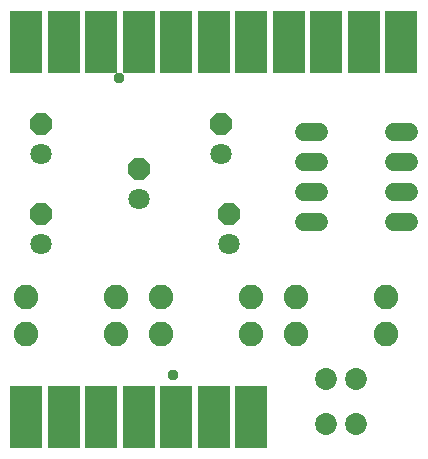
<source format=gbr>
G04 EAGLE Gerber RS-274X export*
G75*
%MOMM*%
%FSLAX34Y34*%
%LPD*%
%INSoldermask Top*%
%IPPOS*%
%AMOC8*
5,1,8,0,0,1.08239X$1,22.5*%
G01*
%ADD10P,1.951982X8X112.500000*%
%ADD11C,1.803400*%
%ADD12C,1.524000*%
%ADD13C,2.082800*%
%ADD14C,1.854200*%
%ADD15R,2.743200X5.283200*%
%ADD16C,0.959600*%


D10*
X184150Y400050D03*
D11*
X184150Y374650D03*
D12*
X323596Y431800D02*
X336804Y431800D01*
X336804Y406400D02*
X323596Y406400D01*
X323596Y381000D02*
X336804Y381000D01*
X336804Y355600D02*
X323596Y355600D01*
X399796Y355600D02*
X413004Y355600D01*
X413004Y381000D02*
X399796Y381000D01*
X399796Y406400D02*
X413004Y406400D01*
X413004Y431800D02*
X399796Y431800D01*
D13*
X165100Y292100D03*
X88900Y292100D03*
X165100Y260350D03*
X88900Y260350D03*
X279400Y292100D03*
X203200Y292100D03*
X279400Y260350D03*
X203200Y260350D03*
X317500Y260350D03*
X393700Y260350D03*
X317500Y292100D03*
X393700Y292100D03*
D14*
X368300Y222250D03*
X342900Y222250D03*
D10*
X101600Y438150D03*
D11*
X101600Y412750D03*
D10*
X254000Y438150D03*
D11*
X254000Y412750D03*
D10*
X101600Y361950D03*
D11*
X101600Y336550D03*
D10*
X260350Y361950D03*
D11*
X260350Y336550D03*
D15*
X88900Y190500D03*
X120650Y190500D03*
X152400Y190500D03*
X184150Y190500D03*
X215900Y190500D03*
X279400Y190500D03*
X247650Y190500D03*
X88900Y508000D03*
X120650Y508000D03*
X152400Y508000D03*
X184150Y508000D03*
X215900Y508000D03*
X279400Y508000D03*
X247650Y508000D03*
X311150Y508000D03*
X342900Y508000D03*
X374650Y508000D03*
X406400Y508000D03*
D14*
X342900Y184150D03*
X368300Y184150D03*
D16*
X167640Y477012D03*
X213360Y225552D03*
M02*

</source>
